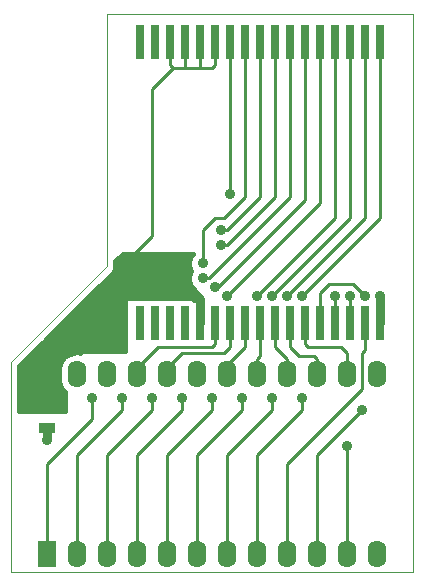
<source format=gtl>
G04 (created by PCBNEW (2013-07-07 BZR 4022)-stable) date 10/10/2019 9:23:04 PM*
%MOIN*%
G04 Gerber Fmt 3.4, Leading zero omitted, Abs format*
%FSLAX34Y34*%
G01*
G70*
G90*
G04 APERTURE LIST*
%ADD10C,0.00590551*%
%ADD11C,0.00393701*%
%ADD12R,0.055X0.035*%
%ADD13R,0.03X0.112*%
%ADD14R,0.062X0.09*%
%ADD15O,0.062X0.09*%
%ADD16C,0.035*%
%ADD17C,0.01*%
%ADD18C,0.03*%
%ADD19C,0.015*%
%ADD20C,0.045*%
G04 APERTURE END LIST*
G54D10*
G54D11*
X77300Y-60200D02*
X75700Y-61800D01*
X77300Y-51800D02*
X77500Y-51800D01*
X77300Y-60200D02*
X77300Y-51800D01*
X87500Y-70400D02*
X74100Y-70400D01*
X74100Y-63400D02*
X74100Y-70400D01*
X75700Y-61800D02*
X74100Y-63400D01*
X87500Y-51800D02*
X77500Y-51800D01*
X87500Y-70400D02*
X87500Y-51800D01*
G54D12*
X75300Y-64825D03*
X75300Y-65575D03*
G54D13*
X78400Y-62090D03*
X78900Y-62090D03*
X79400Y-62090D03*
X79900Y-62090D03*
X80400Y-62090D03*
X80900Y-62090D03*
X81400Y-62090D03*
X81900Y-62090D03*
X82400Y-62090D03*
X82900Y-62090D03*
X83400Y-62090D03*
X83900Y-62090D03*
X84400Y-62090D03*
X84900Y-62090D03*
X85400Y-62090D03*
X85900Y-62090D03*
X86400Y-62090D03*
X86400Y-52710D03*
X85900Y-52710D03*
X85400Y-52710D03*
X84900Y-52710D03*
X84400Y-52710D03*
X83900Y-52710D03*
X83400Y-52710D03*
X82900Y-52710D03*
X82400Y-52710D03*
X81900Y-52710D03*
X81400Y-52710D03*
X80900Y-52710D03*
X80400Y-52710D03*
X79900Y-52710D03*
X79400Y-52710D03*
X78900Y-52710D03*
X78400Y-52710D03*
G54D14*
X75300Y-69800D03*
G54D15*
X76300Y-69800D03*
X77300Y-69800D03*
X78300Y-69800D03*
X79300Y-69800D03*
X80300Y-69800D03*
X81300Y-69800D03*
X82300Y-69800D03*
X83300Y-69800D03*
X84300Y-69800D03*
X85300Y-69800D03*
X86300Y-69800D03*
X86300Y-63800D03*
X85300Y-63800D03*
X84300Y-63800D03*
X83300Y-63800D03*
X82300Y-63800D03*
X81300Y-63800D03*
X80300Y-63800D03*
X79300Y-63800D03*
X78300Y-63800D03*
X77300Y-63800D03*
X76300Y-63800D03*
X75300Y-63800D03*
G54D16*
X83800Y-61200D03*
X83800Y-64600D03*
X82800Y-64600D03*
X83300Y-61200D03*
X81400Y-57800D03*
X81800Y-64600D03*
X82800Y-61200D03*
X80800Y-64600D03*
X82300Y-61200D03*
X79800Y-64600D03*
X81300Y-61200D03*
X80900Y-60900D03*
X78800Y-64600D03*
X77800Y-64600D03*
X80500Y-60600D03*
X76800Y-64600D03*
X81100Y-59500D03*
X81100Y-59000D03*
X80500Y-60100D03*
X85800Y-65000D03*
X85400Y-61200D03*
X84900Y-61200D03*
X85300Y-66200D03*
X85900Y-61200D03*
X75300Y-66000D03*
X86400Y-61200D03*
G54D17*
X77100Y-60900D02*
X78800Y-59200D01*
X78800Y-54300D02*
X79500Y-53600D01*
X78800Y-59200D02*
X78800Y-54300D01*
G54D18*
X80400Y-61500D02*
X80400Y-61300D01*
X80400Y-62090D02*
X80400Y-61500D01*
X75300Y-62700D02*
X75300Y-63800D01*
X77100Y-60900D02*
X75300Y-62700D01*
X80000Y-60900D02*
X77100Y-60900D01*
X80400Y-61300D02*
X80000Y-60900D01*
G54D17*
X79900Y-52710D02*
X79900Y-53600D01*
X80400Y-52710D02*
X80400Y-53600D01*
X79400Y-52710D02*
X79400Y-53500D01*
X79400Y-53500D02*
X79500Y-53600D01*
X80900Y-53500D02*
X80900Y-52710D01*
X80800Y-53600D02*
X80900Y-53500D01*
X79500Y-53600D02*
X79900Y-53600D01*
X79900Y-53600D02*
X80400Y-53600D01*
X80400Y-53600D02*
X80800Y-53600D01*
G54D19*
X75300Y-64825D02*
X75300Y-64630D01*
G54D20*
X75300Y-64630D02*
X75300Y-63800D01*
G54D17*
X82300Y-69800D02*
X82300Y-66500D01*
X86400Y-58600D02*
X86400Y-52710D01*
X83800Y-61200D02*
X86400Y-58600D01*
X83800Y-65000D02*
X83800Y-64600D01*
X82300Y-66500D02*
X83800Y-65000D01*
X81300Y-66500D02*
X82800Y-65000D01*
X82800Y-65000D02*
X82800Y-64600D01*
X81300Y-69800D02*
X81300Y-66500D01*
X85900Y-58600D02*
X85900Y-52710D01*
X83300Y-61200D02*
X85900Y-58600D01*
X85900Y-58100D02*
X85900Y-52710D01*
X81400Y-57800D02*
X81400Y-52710D01*
X80300Y-66500D02*
X81800Y-65000D01*
X81800Y-65000D02*
X81800Y-64600D01*
X80300Y-69800D02*
X80300Y-66500D01*
X85400Y-58600D02*
X85400Y-52710D01*
X82800Y-61200D02*
X85400Y-58600D01*
X79300Y-66500D02*
X80800Y-65000D01*
X80800Y-65000D02*
X80800Y-64600D01*
X82300Y-61200D02*
X84900Y-58600D01*
X84900Y-52710D02*
X84900Y-58600D01*
X79300Y-66500D02*
X79300Y-69800D01*
X78300Y-66500D02*
X79800Y-65000D01*
X79800Y-65000D02*
X79800Y-64600D01*
X78300Y-69800D02*
X78300Y-66500D01*
X84400Y-58100D02*
X84400Y-52710D01*
X81300Y-61200D02*
X84400Y-58100D01*
X80900Y-60900D02*
X81000Y-60900D01*
X77300Y-69800D02*
X77300Y-66500D01*
X78800Y-65000D02*
X78800Y-64600D01*
X77300Y-66500D02*
X78800Y-65000D01*
X83900Y-58000D02*
X83900Y-52710D01*
X81000Y-60900D02*
X83900Y-58000D01*
X80500Y-60600D02*
X80700Y-60600D01*
X76300Y-68900D02*
X76300Y-68900D01*
X76300Y-68900D02*
X76300Y-66500D01*
X76300Y-66500D02*
X77800Y-65000D01*
X77800Y-65000D02*
X77800Y-64600D01*
X76300Y-69800D02*
X76300Y-68900D01*
X83400Y-57900D02*
X83400Y-52710D01*
X80700Y-60600D02*
X83400Y-57900D01*
X75300Y-69800D02*
X75300Y-66800D01*
X82900Y-57900D02*
X82900Y-52710D01*
X81300Y-59500D02*
X81100Y-59500D01*
X82900Y-57900D02*
X81300Y-59500D01*
X76800Y-65300D02*
X76800Y-64600D01*
X75300Y-66800D02*
X76800Y-65300D01*
X81300Y-59000D02*
X82400Y-57900D01*
X82400Y-52710D02*
X82400Y-57900D01*
X81100Y-59000D02*
X81300Y-59000D01*
X80500Y-60100D02*
X80500Y-59000D01*
X80500Y-59000D02*
X80900Y-58600D01*
X80900Y-58600D02*
X81200Y-58600D01*
X81200Y-58600D02*
X81900Y-57900D01*
X81900Y-52710D02*
X81900Y-57900D01*
X85900Y-62090D02*
X85900Y-63000D01*
X83300Y-66800D02*
X83300Y-69800D01*
X85800Y-64300D02*
X83300Y-66800D01*
X85800Y-63100D02*
X85800Y-64300D01*
X85900Y-63000D02*
X85800Y-63100D01*
X84300Y-69800D02*
X84300Y-66500D01*
X84300Y-66500D02*
X85800Y-65000D01*
X85400Y-62090D02*
X85400Y-61200D01*
X85300Y-69800D02*
X85300Y-66200D01*
X84900Y-61200D02*
X84900Y-62090D01*
X84400Y-61100D02*
X84400Y-62090D01*
X84700Y-60800D02*
X84400Y-61100D01*
X85500Y-60800D02*
X84700Y-60800D01*
X85900Y-61200D02*
X85500Y-60800D01*
X83900Y-62090D02*
X83900Y-62800D01*
X85300Y-63100D02*
X85300Y-63800D01*
X85100Y-62900D02*
X85300Y-63100D01*
X84000Y-62900D02*
X85100Y-62900D01*
X83900Y-62800D02*
X84000Y-62900D01*
X83400Y-62090D02*
X83400Y-62900D01*
X84300Y-63300D02*
X84300Y-63800D01*
X84200Y-63200D02*
X84300Y-63300D01*
X83700Y-63200D02*
X84200Y-63200D01*
X83400Y-62900D02*
X83700Y-63200D01*
X82900Y-62090D02*
X82900Y-62900D01*
X83300Y-63300D02*
X83300Y-63800D01*
X82900Y-62900D02*
X83300Y-63300D01*
X82400Y-62090D02*
X82400Y-63200D01*
X82300Y-63300D02*
X82300Y-63800D01*
X82400Y-63200D02*
X82300Y-63300D01*
X81300Y-63800D02*
X81300Y-63500D01*
X81900Y-62900D02*
X81900Y-62090D01*
X81300Y-63500D02*
X81900Y-62900D01*
X79300Y-63800D02*
X79300Y-63600D01*
X81400Y-62900D02*
X81400Y-62090D01*
X81200Y-63100D02*
X81400Y-62900D01*
X79800Y-63100D02*
X81200Y-63100D01*
X79300Y-63600D02*
X79800Y-63100D01*
X78300Y-63800D02*
X78300Y-63600D01*
X80900Y-62800D02*
X80900Y-62090D01*
X80800Y-62899D02*
X80900Y-62800D01*
X79000Y-62899D02*
X80800Y-62899D01*
X78300Y-63600D02*
X79000Y-62899D01*
G54D18*
X75300Y-66000D02*
X75300Y-65575D01*
X86400Y-62090D02*
X86400Y-61200D01*
G54D10*
G36*
X80225Y-61316D02*
X80205Y-61297D01*
X80175Y-61284D01*
X80175Y-61255D01*
X80050Y-61255D01*
X79995Y-61254D01*
X79695Y-61254D01*
X79695Y-61255D01*
X79550Y-61255D01*
X79495Y-61254D01*
X79195Y-61254D01*
X79195Y-61255D01*
X79050Y-61255D01*
X78995Y-61254D01*
X78695Y-61254D01*
X78695Y-61255D01*
X78550Y-61255D01*
X78495Y-61254D01*
X78195Y-61254D01*
X78195Y-61255D01*
X77925Y-61255D01*
X77925Y-63025D01*
X76468Y-63025D01*
X76411Y-63082D01*
X76300Y-63060D01*
X76076Y-63105D01*
X75886Y-63232D01*
X75759Y-63421D01*
X75715Y-63645D01*
X75715Y-63954D01*
X75759Y-64178D01*
X75886Y-64367D01*
X75925Y-64393D01*
X75925Y-65025D01*
X74394Y-65025D01*
X74394Y-63522D01*
X75908Y-62008D01*
X75908Y-62008D01*
X75908Y-62008D01*
X77508Y-60408D01*
X77508Y-60408D01*
X77572Y-60312D01*
X77594Y-60200D01*
X77594Y-60200D01*
X77594Y-60011D01*
X77831Y-59775D01*
X80175Y-59775D01*
X80175Y-59788D01*
X80118Y-59844D01*
X80050Y-60010D01*
X80049Y-60189D01*
X80116Y-60350D01*
X80050Y-60510D01*
X80049Y-60689D01*
X80118Y-60854D01*
X80225Y-60961D01*
X80225Y-61316D01*
X80225Y-61316D01*
G37*
G54D19*
X80225Y-61316D02*
X80205Y-61297D01*
X80175Y-61284D01*
X80175Y-61255D01*
X80050Y-61255D01*
X79995Y-61254D01*
X79695Y-61254D01*
X79695Y-61255D01*
X79550Y-61255D01*
X79495Y-61254D01*
X79195Y-61254D01*
X79195Y-61255D01*
X79050Y-61255D01*
X78995Y-61254D01*
X78695Y-61254D01*
X78695Y-61255D01*
X78550Y-61255D01*
X78495Y-61254D01*
X78195Y-61254D01*
X78195Y-61255D01*
X77925Y-61255D01*
X77925Y-63025D01*
X76468Y-63025D01*
X76411Y-63082D01*
X76300Y-63060D01*
X76076Y-63105D01*
X75886Y-63232D01*
X75759Y-63421D01*
X75715Y-63645D01*
X75715Y-63954D01*
X75759Y-64178D01*
X75886Y-64367D01*
X75925Y-64393D01*
X75925Y-65025D01*
X74394Y-65025D01*
X74394Y-63522D01*
X75908Y-62008D01*
X75908Y-62008D01*
X75908Y-62008D01*
X77508Y-60408D01*
X77508Y-60408D01*
X77572Y-60312D01*
X77594Y-60200D01*
X77594Y-60200D01*
X77594Y-60011D01*
X77831Y-59775D01*
X80175Y-59775D01*
X80175Y-59788D01*
X80118Y-59844D01*
X80050Y-60010D01*
X80049Y-60189D01*
X80116Y-60350D01*
X80050Y-60510D01*
X80049Y-60689D01*
X80118Y-60854D01*
X80225Y-60961D01*
X80225Y-61316D01*
M02*

</source>
